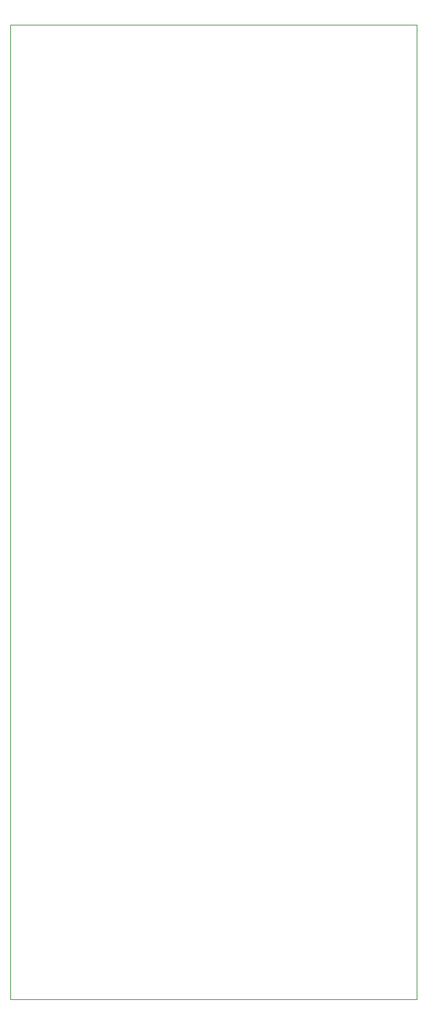
<source format=gko>
G04 Layer_Color=16711935*
%FSLAX44Y44*%
%MOMM*%
G71*
G01*
G75*
%ADD101C,0.1000*%
D101*
X0Y0D02*
Y1200000D01*
X500000Y1200000D01*
X500000Y-0D02*
X500000Y1200000D01*
X0Y0D02*
X500000Y-0D01*
M02*

</source>
